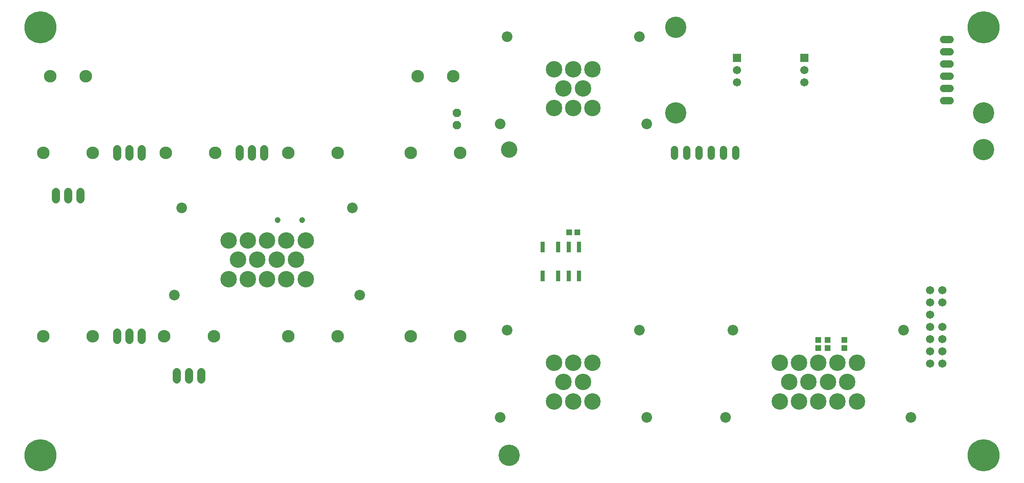
<source format=gbs>
G75*
G70*
%OFA0B0*%
%FSLAX24Y24*%
%IPPOS*%
%LPD*%
%AMOC8*
5,1,8,0,0,1.08239X$1,22.5*
%
%ADD10C,0.0674*%
%ADD11C,0.2620*%
%ADD12C,0.1029*%
%ADD13C,0.0680*%
%ADD14OC8,0.0680*%
%ADD15C,0.1346*%
%ADD16C,0.0867*%
%ADD17R,0.0474X0.0513*%
%ADD18R,0.0674X0.0674*%
%ADD19R,0.0356X0.0867*%
%ADD20C,0.1340*%
%ADD21C,0.0600*%
%ADD22C,0.1740*%
%ADD23R,0.0513X0.0474*%
%ADD24C,0.0476*%
D10*
X060000Y034625D03*
X060000Y035625D03*
X065500Y035625D03*
X065500Y034625D03*
X075750Y017625D03*
X076750Y017625D03*
X076750Y016625D03*
X075750Y016625D03*
X075750Y015625D03*
X075750Y014625D03*
X076750Y014625D03*
X076750Y013625D03*
X075750Y013625D03*
X075750Y012625D03*
X076750Y012625D03*
X076750Y011625D03*
X075750Y011625D03*
D11*
X003125Y004125D03*
X003125Y039125D03*
X080125Y039125D03*
X080125Y004125D03*
D12*
X037403Y013875D03*
X033347Y013875D03*
X027403Y013875D03*
X023347Y013875D03*
X017278Y013875D03*
X013222Y013875D03*
X007403Y013875D03*
X003347Y013875D03*
X003347Y028875D03*
X007403Y028875D03*
X013347Y028875D03*
X017403Y028875D03*
X023347Y028875D03*
X027403Y028875D03*
X033347Y028875D03*
X037403Y028875D03*
X036812Y035125D03*
X033938Y035125D03*
X006812Y035125D03*
X003938Y035125D03*
D13*
X009375Y029175D02*
X009375Y028575D01*
X010375Y028575D02*
X010375Y029175D01*
X011375Y029175D02*
X011375Y028575D01*
X006375Y025675D02*
X006375Y025075D01*
X005375Y025075D02*
X005375Y025675D01*
X004375Y025675D02*
X004375Y025075D01*
X019375Y028575D02*
X019375Y029175D01*
X020375Y029175D02*
X020375Y028575D01*
X021375Y028575D02*
X021375Y029175D01*
X011375Y014175D02*
X011375Y013575D01*
X010375Y013575D02*
X010375Y014175D01*
X009375Y014175D02*
X009375Y013575D01*
X014250Y010925D02*
X014250Y010325D01*
X015250Y010325D02*
X015250Y010925D01*
X016250Y010925D02*
X016250Y010325D01*
D14*
X037125Y031125D03*
X037125Y032125D03*
D15*
X045050Y032550D03*
X046625Y032550D03*
X048200Y032550D03*
X047412Y034125D03*
X045838Y034125D03*
X046625Y035700D03*
X048200Y035700D03*
X045050Y035700D03*
X024775Y021700D03*
X023200Y021700D03*
X021625Y021700D03*
X020050Y021700D03*
X018475Y021700D03*
X019263Y020125D03*
X020838Y020125D03*
X022412Y020125D03*
X023987Y020125D03*
X023200Y018550D03*
X024775Y018550D03*
X021625Y018550D03*
X020050Y018550D03*
X018475Y018550D03*
X045050Y011700D03*
X046625Y011700D03*
X048200Y011700D03*
X047412Y010125D03*
X045838Y010125D03*
X046625Y008550D03*
X048200Y008550D03*
X045050Y008550D03*
X063475Y008550D03*
X065050Y008550D03*
X066625Y008550D03*
X068200Y008550D03*
X069775Y008550D03*
X068987Y010125D03*
X067412Y010125D03*
X065838Y010125D03*
X064263Y010125D03*
X065050Y011700D03*
X063475Y011700D03*
X066625Y011700D03*
X068200Y011700D03*
X069775Y011700D03*
D16*
X073594Y014377D03*
X059656Y014377D03*
X052019Y014377D03*
X041231Y014377D03*
X029184Y017251D03*
X028594Y024377D03*
X040641Y031251D03*
X052609Y031251D03*
X052019Y038377D03*
X041231Y038377D03*
X014656Y024377D03*
X014066Y017251D03*
X040641Y007251D03*
X052609Y007251D03*
X059066Y007251D03*
X074184Y007251D03*
D17*
X046960Y022375D03*
X046290Y022375D03*
D18*
X060000Y036625D03*
X065500Y036625D03*
D19*
X047107Y021181D03*
X046241Y021181D03*
X045375Y021181D03*
X044115Y021181D03*
X044115Y018819D03*
X045375Y018819D03*
X046241Y018819D03*
X047107Y018819D03*
D20*
X041375Y029125D03*
D21*
X054875Y029135D02*
X054875Y028615D01*
X055875Y028615D02*
X055875Y029135D01*
X056875Y029135D02*
X056875Y028615D01*
X057875Y028615D02*
X057875Y029135D01*
X058875Y029135D02*
X058875Y028615D01*
X059875Y028615D02*
X059875Y029135D01*
X076865Y033125D02*
X077385Y033125D01*
X077385Y034125D02*
X076865Y034125D01*
X076865Y035125D02*
X077385Y035125D01*
X077385Y036125D02*
X076865Y036125D01*
X076865Y037125D02*
X077385Y037125D01*
X077385Y038125D02*
X076865Y038125D01*
D22*
X080125Y039125D03*
X080125Y032125D03*
X080125Y029125D03*
X055000Y032125D03*
X055000Y039125D03*
X041375Y004125D03*
X080125Y004125D03*
D23*
X068750Y012915D03*
X068750Y013585D03*
X067375Y013585D03*
X066625Y013585D03*
X066625Y012915D03*
X067375Y012915D03*
D24*
X024500Y023375D03*
X022500Y023375D03*
M02*

</source>
